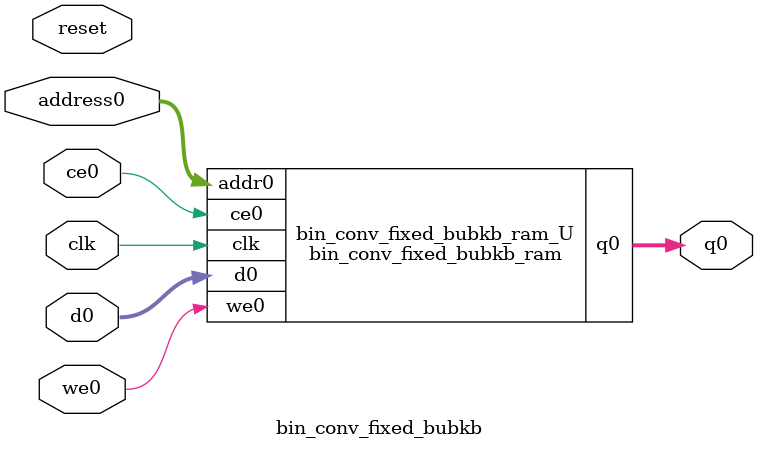
<source format=v>
`timescale 1 ns / 1 ps
module bin_conv_fixed_bubkb_ram (addr0, ce0, d0, we0, q0,  clk);

parameter DWIDTH = 12;
parameter AWIDTH = 5;
parameter MEM_SIZE = 32;

input[AWIDTH-1:0] addr0;
input ce0;
input[DWIDTH-1:0] d0;
input we0;
output reg[DWIDTH-1:0] q0;
input clk;

(* ram_style = "distributed" *)reg [DWIDTH-1:0] ram[0:MEM_SIZE-1];




always @(posedge clk)  
begin 
    if (ce0) 
    begin
        if (we0) 
        begin 
            ram[addr0] <= d0; 
        end 
        q0 <= ram[addr0];
    end
end


endmodule

`timescale 1 ns / 1 ps
module bin_conv_fixed_bubkb(
    reset,
    clk,
    address0,
    ce0,
    we0,
    d0,
    q0);

parameter DataWidth = 32'd12;
parameter AddressRange = 32'd32;
parameter AddressWidth = 32'd5;
input reset;
input clk;
input[AddressWidth - 1:0] address0;
input ce0;
input we0;
input[DataWidth - 1:0] d0;
output[DataWidth - 1:0] q0;



bin_conv_fixed_bubkb_ram bin_conv_fixed_bubkb_ram_U(
    .clk( clk ),
    .addr0( address0 ),
    .ce0( ce0 ),
    .we0( we0 ),
    .d0( d0 ),
    .q0( q0 ));

endmodule


</source>
